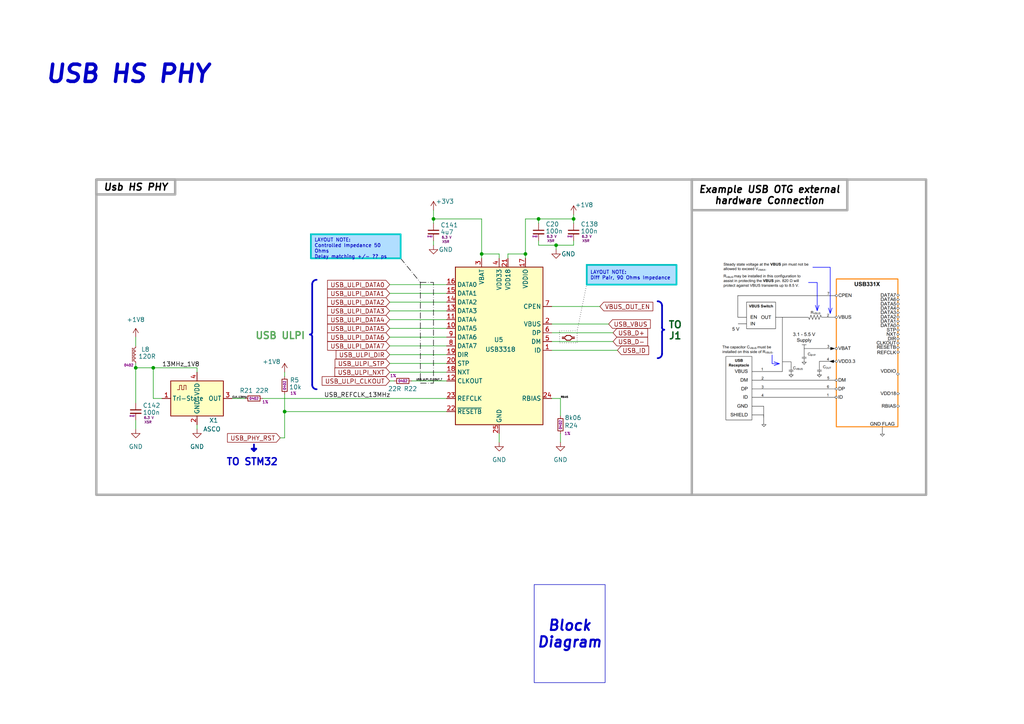
<source format=kicad_sch>
(kicad_sch (version 20250114) (generator "eeschema") (generator_version "9.0")
  (paper "A4")
  (title_block (title "USB HS PHY") (date "2024-09-22") (rev "1.0"))
  (lib_symbols
    (symbol "C_Small_1" (pin_numbers (hide yes)) (pin_names (offset 0.254) (hide yes))
      (property "Reference" "C50" (at 1.778 2.794 0))
      (property "Value" "470n" (at 1.778 0.762 0))
      (property "Rating" "6.3 V" (at 3.302 -0.762 0))
      (property "Type" "X5R" (at 3.048 -2.032 0))
      (symbol "C_Small_1_0_1"
        (polyline (pts (xy -1.524 0.508) (xy 1.524 0.508)) (stroke (width 0.3048)))
        (polyline (pts (xy -1.524 -0.508) (xy 1.524 -0.508)) (stroke (width 0.3302)))
      )
      (symbol "C_Small_1_1_1"
        (pin passive line (at 0 2.54 270) (length 2.032) (name "~") (number "1"))
        (pin passive line (at 0 -2.54 90) (length 2.032) (name "~") (number "2"))
      )
    )
    (symbol "Device:L_Ferrite_Small" (pin_numbers (hide yes)) (pin_names (offset 0.254) (hide yes))
      (property "Reference" "L" (at 1.27 1.016 0))
      (property "Value" "L_Ferrite_Small" (at 1.27 -1.27 0))
      (symbol "L_Ferrite_Small_0_1"
        (arc (start 0 2.032) (mid 0.5058 1.524) (end 0 1.016))
        (arc (start 0 1.016) (mid 0.5058 0.508) (end 0 0))
        (arc (start 0 0) (mid 0.5058 -0.508) (end 0 -1.016))
        (arc (start 0 -1.016) (mid 0.5058 -1.524) (end 0 -2.032))
        (polyline (pts (xy 0.762 1.651) (xy 0.762 1.905)))
        (polyline (pts (xy 0.762 1.143) (xy 0.762 1.397)))
        (polyline (pts (xy 0.762 0.635) (xy 0.762 0.889)))
        (polyline (pts (xy 0.762 0.127) (xy 0.762 0.381)))
        (polyline (pts (xy 0.762 -0.381) (xy 0.762 -0.127)))
        (polyline (pts (xy 0.762 -0.889) (xy 0.762 -0.635)))
        (polyline (pts (xy 0.762 -1.397) (xy 0.762 -1.143)))
        (polyline (pts (xy 0.762 -1.905) (xy 0.762 -1.651)))
        (polyline (pts (xy 1.016 1.905) (xy 1.016 1.651)))
        (polyline (pts (xy 1.016 1.397) (xy 1.016 1.143)))
        (polyline (pts (xy 1.016 0.889) (xy 1.016 0.635)))
        (polyline (pts (xy 1.016 0.381) (xy 1.016 0.127)))
        (polyline (pts (xy 1.016 -0.127) (xy 1.016 -0.381)))
        (polyline (pts (xy 1.016 -0.635) (xy 1.016 -0.889)))
        (polyline (pts (xy 1.016 -1.143) (xy 1.016 -1.397)))
        (polyline (pts (xy 1.016 -1.651) (xy 1.016 -1.905)))
      )
      (symbol "L_Ferrite_Small_1_1"
        (pin passive line (at 0 2.54 270) (length 0.508) (name "~") (number "1"))
        (pin passive line (at 0 -2.54 90) (length 0.508) (name "~") (number "2"))
      )
    )
    (symbol "Device:R_Small" (pin_numbers (hide yes)) (pin_names (offset 0.254) (hide yes))
      (property "Reference" "R" (at 0.762 0.508 0))
      (property "Value" "R_Small" (at 0.762 -1.016 0))
      (symbol "R_Small_0_1"
        (rectangle (start -0.762 1.778) (end 0.762 -1.778) (stroke (width 0.2032)))
      )
      (symbol "R_Small_1_1"
        (pin passive line (at 0 2.54 270) (length 0.762) (name "~") (number "1"))
        (pin passive line (at 0 -2.54 90) (length 0.762) (name "~") (number "2"))
      )
    )
    (symbol "MyLibrary:USB3318"
      (property "Reference" "U" (at 0 6.35 0))
      (property "Value" "USB3318" (at 0 3.81 0))
      (symbol "USB3318_0_1"
        (rectangle (start -12.7 24.13) (end 12.7 -21.59) (stroke (width 0.254)) (fill (type background)))
      )
      (symbol "USB3318_1_1"
        (pin bidirectional line (at -15.24 19.05 0) (length 2.54) (name "DATA0") (number "16"))
        (pin bidirectional line (at -15.24 16.51 0) (length 2.54) (name "DATA1") (number "15"))
        (pin bidirectional line (at -15.24 13.97 0) (length 2.54) (name "DATA2") (number "14"))
        (pin bidirectional line (at -15.24 11.43 0) (length 2.54) (name "DATA3") (number "13"))
        (pin bidirectional line (at -15.24 8.89 0) (length 2.54) (name "DATA4") (number "11"))
        (pin bidirectional line (at -15.24 6.35 0) (length 2.54) (name "DATA5") (number "10"))
        (pin bidirectional line (at -15.24 3.81 0) (length 2.54) (name "DATA6") (number "9"))
        (pin bidirectional line (at -15.24 1.27 0) (length 2.54) (name "DATA7") (number "8"))
        (pin output line (at -15.24 -1.27 0) (length 2.54) (name "DIR") (number "19"))
        (pin input line (at -15.24 -3.81 0) (length 2.54) (name "STP") (number "20"))
        (pin output line (at -15.24 -6.35 0) (length 2.54) (name "NXT") (number "18"))
        (pin output line (at -15.24 -8.89 0) (length 2.54) (name "CLKOUT") (number "12"))
        (pin input line (at -15.24 -13.97 0) (length 2.54) (name "REFCLK") (number "23"))
        (pin input line (at -15.24 -17.78 0) (length 2.54) (name "~{RESETB}") (number "22"))
        (pin power_in line (at -5.08 26.67 270) (length 2.54) (name "VBAT") (number "3"))
        (pin power_out line (at 0 26.67 270) (length 2.54) (name "VDD33") (number "4"))
        (pin power_in line (at 0 -24.13 90) (length 2.54) (name "GND") (number "25"))
        (pin power_out line (at 2.54 26.67 270) (length 2.54) (name "VDD18") (number "21"))
        (pin power_in line (at 7.62 26.67 270) (length 2.54) (name "VDDIO") (number "17"))
        (pin output line (at 15.24 12.7 180) (length 2.54) (name "CPEN") (number "7"))
        (pin input line (at 15.24 7.62 180) (length 2.54) (name "VBUS") (number "2"))
        (pin bidirectional line (at 15.24 5.08 180) (length 2.54) (name "DP") (number "6"))
        (pin bidirectional line (at 15.24 2.54 180) (length 2.54) (name "DM") (number "5"))
        (pin input line (at 15.24 0 180) (length 2.54) (name "ID") (number "1"))
        (pin passive line (at 15.24 -13.97 180) (length 2.54) (name "RBIAS") (number "24"))
      )
    )
    (symbol "Oscillator:ASCO"
      (property "Reference" "X" (at -7.62 6.35 0))
      (property "Value" "ASCO" (at 1.27 -6.35 0))
      (symbol "ASCO_0_1"
        (rectangle (start -7.62 5.08) (end 7.62 -5.08) (stroke (width 0.254)) (fill (type background)))
        (polyline (pts (xy -5.715 2.54) (xy -5.08 2.54) (xy -5.08 3.81) (xy -4.445 3.81) (xy -4.445 2.54) (xy -3.81 2.54) (xy -3.81 3.81) (xy -3.175 3.81) (xy -3.175 2.54)))
      )
      (symbol "ASCO_1_1"
        (pin input line (at -10.16 0 0) (length 2.54) (name "Tri-State") (number "1"))
        (pin power_in line (at 0 7.62 270) (length 2.54) (name "VDD") (number "4"))
        (pin power_in line (at 0 -7.62 90) (length 2.54) (name "GND") (number "2"))
        (pin output line (at 10.16 0 180) (length 2.54) (name "OUT") (number "3"))
      )
    )
    (symbol "power:+1V8" (power) (pin_names (offset 0))
      (property "Value" "+1V8" (at 0 3.556 0))
      (symbol "+1V8_0_1"
        (polyline (pts (xy -0.762 1.27) (xy 0 2.54)))
        (polyline (pts (xy 0 2.54) (xy 0.762 1.27)))
        (polyline (pts (xy 0 0) (xy 0 2.54)))
      )
      (symbol "+1V8_1_1"
        (pin power_in line (at 0 0 90) (length 0) (hide yes) (name "+1V8") (number "1"))
      )
    )
    (symbol "power:+3V3" (power) (pin_names (offset 0))
      (property "Value" "+3V3" (at 0 3.556 0))
      (symbol "+3V3_0_1"
        (polyline (pts (xy -0.762 1.27) (xy 0 2.54)))
        (polyline (pts (xy 0 2.54) (xy 0.762 1.27)))
        (polyline (pts (xy 0 0) (xy 0 2.54)))
      )
      (symbol "+3V3_1_1"
        (pin power_in line (at 0 0 90) (length 0) (hide yes) (name "+3V3") (number "1"))
      )
    )
    (symbol "power:GND" (power) (pin_names (offset 0))
      (property "Value" "GND" (at 0 -3.81 0))
      (symbol "GND_0_1"
        (polyline (pts (xy 0 0) (xy 0 -1.27) (xy 1.27 -1.27) (xy 0 -2.54) (xy -1.27 -1.27) (xy 0 -1.27)))
      )
      (symbol "GND_1_1"
        (pin power_in line (at 0 0 270) (length 0) (hide yes) (name "GND") (number "1"))
      )
    )
  )
  (arc (start 192.019 102.616) (mid 191.6506 103.5155) (end 190.754 103.886) (stroke (width 0.5)))
  (arc (start 89.921 97.023) (mid 90.3763 97.2042) (end 90.556 97.658) (stroke (width 0.5)))
  (arc (start 90.556 82.423) (mid 90.925 81.527) (end 91.821 81.153) (stroke (width 0.5)))
  (arc (start 192.654 95.636) (mid 192.2023 95.4543) (end 192.019 95.001) (stroke (width 0.5)))
  (rectangle (start 121.92 81.915) (end 125.73 111.125) (stroke (width 0.1524) (type dash_dot) (color 0 0 0 1)))
  (arc (start 190.749 87.386) (mid 191.647 87.7559) (end 192.019 88.651) (stroke (width 0.5)))
  (arc (start 90.556 96.388) (mid 90.364 96.8296) (end 89.921 97.023) (stroke (width 0.5)))
  (arc (start 192.019 96.271) (mid 192.2103 95.8259) (end 192.654 95.636) (stroke (width 0.5)))
  (rectangle (start 27.94 52.07) (end 268.605 143.51) (stroke (width 0.7) (color 168 168 168 1)))
  (rectangle (start 162.306 96.012) (end 167.386 99.441) (stroke (width 0.1524) (type dot) (color 0 0 0 1)))
  (arc (start 91.826 112.893) (mid 90.9315 112.5225) (end 90.556 111.628) (stroke (width 0.5)))
  (text "TO STM32" (at 73.152 134.112 0) (effects (font (size 2 2) (thickness 0.4) (bold yes))))
  (text "USB HS PHY" (at 37.084 21.59 0) (effects (font (size 5 5) (thickness 1) (bold yes) (italic yes))))
  (text "TO\nJ1" (at 195.834 96.012 0) (effects (font (size 2 2) (thickness 0.4) (bold yes))))
  (text "USB ULPI" (at 81.28 97.536 0) (effects (font (size 2 2) (thickness 0.4) (bold yes))))
  (text_box "Usb HS PHY" (at 27.94 52.07 0) (size 22.86 4.318) (margins 1.85 1.85 1.85 1.85) (stroke (width 0.7) (color 168 168 168 1)) (effects (font (size 2 2) (bold yes) (italic yes))))
  (text_box "LAYOUT NOTE:\nDiff Pair, 90 Ohms Impedance\n" (at 170.18 76.835 0) (size 26.035 5.715) (margins 1 1 1 1) (stroke (width 0.5) (color 0 194 194 1)) (fill (type color) (color 61 172 255 0.4)) (effects (font (size 1 1)) (justify left)))
  (text_box "Example USB OTG external \nhardware Connection" (at 200.66 52.07 0) (size 45.085 8.89) (margins 1.85 1.85 1.85 1.85) (stroke (width 0.7) (color 168 168 168 1)) (effects (font (size 2 2) (bold yes) (italic yes))))
  (text_box "LAYOUT NOTE:\nControlled Impedance 50 Ohms\nDelay matching +/- ?? ps" (at 90.17 67.945 0) (size 26.035 6.985) (margins 1 1 1 1) (stroke (width 0.5) (color 0 194 194 1)) (fill (type color) (color 61 172 255 0.4)) (effects (font (size 1 1)) (justify left top)))
  (text_box "Block\nDiagram" (at 154.94 169.545 0) (size 20.574 28.448) (margins 2.25 2.25 2.25 2.25) (effects (font (size 3 3) (thickness 0.6) (bold yes) (italic yes))))
  (junction (at 39.37 106.68))
  (junction (at 166.37 63.5))
  (junction (at 156.21 63.5))
  (junction (at 125.73 63.5))
  (junction (at 161.29 71.12))
  (junction (at 44.45 106.68))
  (junction (at 82.55 119.38))
  (junction (at 139.7 73.66))
  (junction (at 152.4 73.66))
  (wire (pts (xy 161.29 71.12) (xy 166.37 71.12)))
  (polyline (pts (xy 192.024 94.996) (xy 192.024 88.646)) (stroke (width 0.5)))
  (wire (pts (xy 39.37 106.68) (xy 39.37 116.84)))
  (polyline (pts (xy 165.862 98.171) (xy 166.624 98.171)) (stroke (width 0.25) (color 132 0 0 1)))
  (wire (pts (xy 113.03 100.33) (xy 129.54 100.33)))
  (wire (pts (xy 113.03 95.25) (xy 129.54 95.25)))
  (wire (pts (xy 82.55 119.38) (xy 82.55 127)))
  (polyline (pts (xy 165.354 98.679) (xy 165.862 98.171)) (stroke (width 0.25) (color 132 0 0 1)))
  (wire (pts (xy 39.37 105.41) (xy 39.37 106.68)))
  (wire (pts (xy 156.21 69.85) (xy 156.21 71.12)))
  (polyline (pts (xy 163.83 98.171) (xy 164.338 98.679)) (stroke (width 0.25) (color 132 0 0 1)))
  (wire (pts (xy 44.45 106.68) (xy 44.45 115.57)))
  (wire (pts (xy 44.45 115.57) (xy 46.99 115.57)))
  (wire (pts (xy 147.32 73.66) (xy 147.32 74.93)))
  (polyline (pts (xy 166.624 97.79) (xy 165.862 97.79)) (stroke (width 0.25) (color 132 0 0 1)))
  (wire (pts (xy 82.55 107.95) (xy 82.55 109.22)))
  (wire (pts (xy 125.73 63.5) (xy 125.73 64.77)))
  (polyline (pts (xy 73.66 130.175) (xy 73.66 128.905)) (stroke (width 0.5)))
  (polyline (pts (xy 200.66 52.07) (xy 200.66 143.51)) (stroke (width 0.7) (type solid) (color 168 168 168 1)))
  (wire (pts (xy 82.55 119.38) (xy 129.54 119.38)))
  (wire (pts (xy 156.21 63.5) (xy 166.37 63.5)))
  (polyline (pts (xy 116.205 74.93) (xy 121.92 81.915)) (stroke (width 0) (type dash_dot) (color 0 0 0 1)))
  (polyline (pts (xy 163.068 98.171) (xy 163.83 98.171)) (stroke (width 0.25) (color 132 0 0 1)))
  (polyline (pts (xy 164.338 98.679) (xy 165.354 98.679)) (stroke (width 0.25) (color 132 0 0 1)))
  (polyline (pts (xy 163.83 97.79) (xy 163.068 97.79)) (stroke (width 0.25) (color 132 0 0 1)))
  (polyline (pts (xy 165.354 97.282) (xy 164.338 97.282)) (stroke (width 0.25) (color 132 0 0 1)))
  (wire (pts (xy 113.03 105.41) (xy 129.54 105.41)))
  (wire (pts (xy 160.02 99.06) (xy 177.8 99.06)))
  (polyline (pts (xy 90.551 97.663) (xy 90.551 111.633)) (stroke (width 0.5)))
  (wire (pts (xy 161.29 71.12) (xy 161.29 72.39)))
  (wire (pts (xy 39.37 121.92) (xy 39.37 124.46)))
  (wire (pts (xy 156.21 71.12) (xy 161.29 71.12)))
  (polyline (pts (xy 165.862 97.79) (xy 165.354 97.282)) (stroke (width 0.25) (color 132 0 0 1)))
  (polyline (pts (xy 170.18 82.423) (xy 167.386 96.012)) (stroke (width 0.1524) (type dot) (color 0 0 0 1)))
  (wire (pts (xy 119.38 110.49) (xy 129.54 110.49)))
  (wire (pts (xy 144.78 74.93) (xy 144.78 73.66)))
  (wire (pts (xy 166.37 71.12) (xy 166.37 69.85)))
  (wire (pts (xy 162.56 120.65) (xy 162.56 115.57)))
  (wire (pts (xy 166.37 63.5) (xy 166.37 64.77)))
  (wire (pts (xy 152.4 73.66) (xy 152.4 63.5)))
  (wire (pts (xy 152.4 63.5) (xy 156.21 63.5)))
  (wire (pts (xy 67.31 115.57) (xy 71.12 115.57)))
  (wire (pts (xy 160.02 96.52) (xy 177.8 96.52)))
  (wire (pts (xy 113.03 92.71) (xy 129.54 92.71)))
  (wire (pts (xy 156.21 64.77) (xy 156.21 63.5)))
  (wire (pts (xy 125.73 69.85) (xy 125.73 71.12)))
  (wire (pts (xy 57.15 123.19) (xy 57.15 124.46)))
  (wire (pts (xy 113.03 102.87) (xy 129.54 102.87)))
  (wire (pts (xy 44.45 106.68) (xy 57.15 106.68)))
  (wire (pts (xy 139.7 73.66) (xy 139.7 74.93)))
  (wire (pts (xy 166.37 63.5) (xy 166.37 62.23)))
  (polyline (pts (xy 90.551 82.423) (xy 90.551 96.393)) (stroke (width 0.5)))
  (wire (pts (xy 160.02 115.57) (xy 162.56 115.57)))
  (wire (pts (xy 144.78 125.73) (xy 144.78 128.27)))
  (wire (pts (xy 125.73 60.96) (xy 125.73 63.5)))
  (wire (pts (xy 160.02 88.9) (xy 173.99 88.9)))
  (wire (pts (xy 160.02 93.98) (xy 176.53 93.98)))
  (polyline (pts (xy 73.66 130.81) (xy 74.295 130.175)) (stroke (width 0.55)))
  (wire (pts (xy 76.2 115.57) (xy 129.54 115.57)))
  (wire (pts (xy 162.56 128.27) (xy 162.56 125.73)))
  (polyline (pts (xy 73.025 130.175) (xy 74.295 130.175)) (stroke (width 0.55)))
  (wire (pts (xy 152.4 73.66) (xy 147.32 73.66)))
  (wire (pts (xy 139.7 63.5) (xy 139.7 73.66)))
  (wire (pts (xy 139.7 73.66) (xy 144.78 73.66)))
  (polyline (pts (xy 73.66 130.81) (xy 73.025 130.175)) (stroke (width 0.55)))
  (wire (pts (xy 125.73 63.5) (xy 139.7 63.5)))
  (wire (pts (xy 113.03 90.17) (xy 129.54 90.17)))
  (polyline (pts (xy 192.024 102.616) (xy 192.024 96.266)) (stroke (width 0.5)))
  (wire (pts (xy 39.37 97.79) (xy 39.37 100.33)))
  (wire (pts (xy 39.37 106.68) (xy 44.45 106.68)))
  (wire (pts (xy 82.55 114.3) (xy 82.55 119.38)))
  (wire (pts (xy 160.02 101.6) (xy 179.07 101.6)))
  (wire (pts (xy 114.3 110.49) (xy 113.03 110.49)))
  (wire (pts (xy 152.4 73.66) (xy 152.4 74.93)))
  (wire (pts (xy 113.03 107.95) (xy 129.54 107.95)))
  (wire (pts (xy 113.03 85.09) (xy 129.54 85.09)))
  (polyline (pts (xy 164.338 97.282) (xy 163.83 97.79)) (stroke (width 0.25) (color 132 0 0 1)))
  (wire (pts (xy 113.03 87.63) (xy 129.54 87.63)))
  (wire (pts (xy 81.28 127) (xy 82.55 127)))
  (wire (pts (xy 113.03 82.55) (xy 129.54 82.55)))
  (wire (pts (xy 113.03 97.79) (xy 129.54 97.79)))
  (wire (pts (xy 57.15 107.95) (xy 57.15 106.68)))
  (image (at 234.95 100.33) (scale 0.730546))
  (label "RBIAS" (at 162.56 115.57 0) (effects (font (size 0.5 0.5))))
  (label "USB_ULPI_CLKOUT_T" (at 120.65 110.49 0) (effects (font (size 0.5 0.5))))
  (label "CLK_13MHz" (at 67.31 115.57 0) (effects (font (size 0.5 0.5))))
  (label "13MHz_1V8" (at 46.99 106.68 0))
  (label "USB_REFCLK_13MHz" (at 93.98 115.57 0))
  (global_label "USB_ULPI_NXT" (shape input) (at 113.03 107.95 180) (property "Intersheetrefs" "${INTERSHEET_REFS}" (effects (hide yes))))
  (global_label "USB_ULPI_DATA6" (shape input) (at 113.03 97.79 180) (property "Intersheetrefs" "${INTERSHEET_REFS}" (effects (hide yes))))
  (global_label "USB_ULPI_DATA0" (shape input) (at 113.03 82.55 180) (property "Intersheetrefs" "${INTERSHEET_REFS}" (effects (hide yes))))
  (global_label "USB_ULPI_CLKOUT" (shape input) (at 113.03 110.49 180) (property "Intersheetrefs" "${INTERSHEET_REFS}" (effects (hide yes))))
  (global_label "USB_D-" (shape input) (at 177.8 99.06 0) (property "Intersheetrefs" "${INTERSHEET_REFS}" (effects (hide yes))))
  (global_label "USB_ULPI_DATA7" (shape input) (at 113.03 100.33 180) (property "Intersheetrefs" "${INTERSHEET_REFS}" (effects (hide yes))))
  (global_label "USB_ULPI_DATA1" (shape input) (at 113.03 85.09 180) (property "Intersheetrefs" "${INTERSHEET_REFS}" (effects (hide yes))))
  (global_label "USB_ULPI_STP" (shape input) (at 113.03 105.41 180) (property "Intersheetrefs" "${INTERSHEET_REFS}" (effects (hide yes))))
  (global_label "USB_ULPI_DIR" (shape input) (at 113.03 102.87 180) (property "Intersheetrefs" "${INTERSHEET_REFS}" (effects (hide yes))))
  (global_label "VBUS_OUT_EN" (shape input) (at 173.99 88.9 0) (property "Intersheetrefs" "${INTERSHEET_REFS}" (effects (hide yes))))
  (global_label "USB_ID" (shape input) (at 179.07 101.6 0) (property "Intersheetrefs" "${INTERSHEET_REFS}" (effects (hide yes))))
  (global_label "USB_D+" (shape input) (at 177.8 96.52 0) (property "Intersheetrefs" "${INTERSHEET_REFS}" (effects (hide yes))))
  (global_label "USB_ULPI_DATA3" (shape input) (at 113.03 90.17 180) (property "Intersheetrefs" "${INTERSHEET_REFS}" (effects (hide yes))))
  (global_label "USB_PHY_RST" (shape input) (at 81.28 127 180) (property "Intersheetrefs" "${INTERSHEET_REFS}" (effects (hide yes))))
  (global_label "USB_VBUS" (shape input) (at 176.53 93.98 0) (property "Intersheetrefs" "${INTERSHEET_REFS}" (effects (hide yes))))
  (global_label "USB_ULPI_DATA2" (shape input) (at 113.03 87.63 180) (property "Intersheetrefs" "${INTERSHEET_REFS}" (effects (hide yes))))
  (global_label "USB_ULPI_DATA5" (shape input) (at 113.03 95.25 180) (property "Intersheetrefs" "${INTERSHEET_REFS}" (effects (hide yes))))
  (global_label "USB_ULPI_DATA4" (shape input) (at 113.03 92.71 180) (property "Intersheetrefs" "${INTERSHEET_REFS}" (effects (hide yes))))
  (symbol (lib_id "power:GND") (at 144.78 128.27 0) (unit 1)
    (property "Reference" "#PWR026" (effects (hide yes)))
    (property "Value" "GND" (at 144.78 133.35 0))
    (property "Description" "Power symbol creates a global label with name \"GND\" , ground" (effects (hide yes)))
  )
  (symbol (lib_id "MyLibrary:USB3318") (at 144.78 101.6 0) (unit 1)
    (property "Reference" "U5" (at 143.256 98.552 0) (effects (justify left)))
    (property "Value" "USB3318" (at 140.716 101.346 0) (effects (justify left)))
    (property "Footprint" "Package_DFN_QFN:QFN-24-1EP_4x4mm_P0.5mm_EP2.6x2.6mm" (effects (hide yes)))
    (property "Datasheet" "https://ww1.microchip.com/downloads/aemDocuments/documents/OTH/ProductDocuments/DataSheets/00002367A.pdf" (effects (hide yes)))
    (property "Description" "Hi-Speed USB ULPI Transceiver, QFN-24" (effects (hide yes)))
    (property "Digikey" "USB3318C-CP-TR" (effects (hide yes)))
  )
  (symbol (lib_id "Device:R_Small") (at 73.66 115.57 90) (unit 1)
    (property "Reference" "R21" (at 73.406 113.284 90) (effects (justify left)))
    (property "Value" "22R" (at 77.978 113.284 90) (effects (justify left)))
    (property "Footprint" "Resistor_SMD:R_0402_1005Metric" (effects (hide yes)))
    (property "Description" "Resistor, small symbol" (effects (hide yes)))
    (property "Tolerance" "1%" (at 76.962 116.586 90) (effects (font (size 0.8 0.8))))
    (property "Package" "0402" (at 73.66 115.57 90) (effects (font (size 0.7 0.7))))
    (property "LCSC Part" "C114765/C25105" (effects (hide yes)))
  )
  (symbol (lib_id "Device:R_Small") (at 162.56 123.19 180) (unit 1)
    (property "Reference" "R24" (at 167.64 123.444 0) (effects (justify left)))
    (property "Value" "8k06" (at 168.656 121.158 0) (effects (justify left)))
    (property "Footprint" "Resistor_SMD:R_0402_1005Metric" (effects (hide yes)))
    (property "Description" "Resistor, small symbol" (effects (hide yes)))
    (property "Tolerance" "1%" (at 164.592 125.73 0) (effects (font (size 0.8 0.8))))
    (property "Package" "0402" (at 162.56 123.19 90) (effects (font (size 0.7 0.7))))
    (property "LCSC Part" "C25923" (effects (hide yes)))
  )
  (symbol (lib_id "power:GND") (at 39.37 124.46 0) (unit 1)
    (property "Reference" "#PWR035" (effects (hide yes)))
    (property "Value" "GND" (at 39.37 129.54 0))
    (property "Description" "Power symbol creates a global label with name \"GND\" , ground" (effects (hide yes)))
  )
  (symbol (lib_name "C_Small_1") (lib_id "Device:C_Small") (at 125.73 67.31 0) (unit 1)
    (property "Reference" "C141" (at 127.762 65.278 0) (effects (justify left)))
    (property "Value" "4u7" (at 127.762 67.31 0) (effects (justify left)))
    (property "Footprint" "Capacitor_SMD:C_0402_1005Metric" (effects (hide yes)))
    (property "Description" "Unpolarized capacitor, small symbol" (effects (hide yes)))
    (property "Rating" "6.3 V" (at 129.54 68.834 0) (effects (font (size 0.7 0.7))))
    (property "Type" "X5R" (at 129.286 70.104 0) (effects (font (size 0.7 0.7))))
    (property "Package" "0402" (at 124.714 68.58 0) (effects (font (size 0.4 0.4))))
    (property "LCSC Part" " C368809" (effects (hide yes)))
  )
  (symbol (lib_id "power:+1V8") (at 125.73 60.96 0) (unit 1) (on_board no)
    (property "Reference" "#PWR030" (effects (hide yes)))
    (property "Value" "+3V3" (at 129.032 58.42 0))
    (property "Description" "Power symbol creates a global label with name \"+1V8\"" (effects (hide yes)))
  )
  (symbol (lib_id "Oscillator:ASCO") (at 57.15 115.57 0) (unit 1)
    (property "Reference" "X1" (at 61.976 121.92 0))
    (property "Value" "ASCO" (at 61.468 124.46 0))
    (property "Footprint" "Mylibrary:Oscillator_SMD_Kyocera_4PIN_2.0x1.6mm" (effects (hide yes)))
    (property "Datasheet" "https://abracon.com/Oscillators/ASCO.pdf" (effects (hide yes)))
    (property "Description" "Crystal Clock Oscillator, Abracon ASCO" (effects (hide yes)))
    (property "Digikey" "KC2016Z13.0000C1KX00" (effects (hide yes)))
  )
  (symbol (lib_id "power:GND") (at 161.29 72.39 0) (unit 1) (on_board no)
    (property "Reference" "#PWR029" (effects (hide yes)))
    (property "Value" "GND" (at 164.846 73.66 0))
    (property "Description" "Power symbol creates a global label with name \"GND\" , ground" (effects (hide yes)))
  )
  (symbol (lib_name "C_Small_1") (lib_id "Device:C_Small") (at 156.21 67.31 0) (unit 1)
    (property "Reference" "C20" (at 158.242 65.024 0) (effects (justify left)))
    (property "Value" "100n" (at 158.242 67.056 0) (effects (justify left)))
    (property "Footprint" "Capacitor_SMD:C_0402_1005Metric" (effects (hide yes)))
    (property "Description" "Unpolarized capacitor, small symbol" (effects (hide yes)))
    (property "Rating" "6.3 V" (at 160.02 68.58 0) (effects (font (size 0.7 0.7))))
    (property "Type" "X5R" (at 159.766 69.85 0) (effects (font (size 0.7 0.7))))
    (property "Package" "0402" (at 155.194 68.58 0) (effects (font (size 0.4 0.4))))
    (property "LCSC Part" "gia" (effects (hide yes)))
  )
  (symbol (lib_id "power:GND") (at 125.73 71.12 0) (unit 1) (on_board no)
    (property "Reference" "#PWR031" (effects (hide yes)))
    (property "Value" "GND" (at 129.286 72.39 0))
    (property "Description" "Power symbol creates a global label with name \"GND\" , ground" (effects (hide yes)))
  )
  (symbol (lib_id "Device:R_Small") (at 116.84 110.49 270) (unit 1)
    (property "Reference" "R22" (at 117.094 112.776 90) (effects (justify left)))
    (property "Value" "22R" (at 112.522 112.776 90) (effects (justify left)))
    (property "Footprint" "Resistor_SMD:R_0402_1005Metric" (effects (hide yes)))
    (property "Description" "Resistor, small symbol" (effects (hide yes)))
    (property "Tolerance" "1%" (at 114.046 108.966 90) (effects (font (size 0.8 0.8))))
    (property "Package" "0402" (at 116.84 110.49 90) (effects (font (size 0.7 0.7))))
    (property "LCSC Part" "C114765/C25105" (effects (hide yes)))
  )
  (symbol (lib_id "power:GND") (at 57.15 124.46 0) (unit 1)
    (property "Reference" "#PWR027" (effects (hide yes)))
    (property "Value" "GND" (at 57.15 129.54 0))
    (property "Description" "Power symbol creates a global label with name \"GND\" , ground" (effects (hide yes)))
  )
  (symbol (lib_name "C_Small_1") (lib_id "Device:C_Small") (at 166.37 67.31 0) (unit 1)
    (property "Reference" "C138" (at 168.402 65.024 0) (effects (justify left)))
    (property "Value" "100n" (at 168.402 67.056 0) (effects (justify left)))
    (property "Footprint" "Capacitor_SMD:C_0402_1005Metric" (effects (hide yes)))
    (property "Description" "Unpolarized capacitor, small symbol" (effects (hide yes)))
    (property "Rating" "6.3 V" (at 170.18 68.58 0) (effects (font (size 0.7 0.7))))
    (property "Type" "X5R" (at 169.926 69.85 0) (effects (font (size 0.7 0.7))))
    (property "Package" "0402" (at 165.354 68.58 0) (effects (font (size 0.4 0.4))))
    (property "LCSC Part" "gia" (effects (hide yes)))
  )
  (symbol (lib_id "power:+3V3") (at 39.37 97.79 0) (unit 1)
    (property "Reference" "#PWR032" (effects (hide yes)))
    (property "Value" "+1V8" (at 39.37 92.71 0))
    (property "Description" "Power symbol creates a global label with name \"+3V3\"" (effects (hide yes)))
  )
  (symbol (lib_id "Device:R_Small") (at 82.55 111.76 0) (unit 1)
    (property "Reference" "R5" (at 84.074 110.236 0) (effects (justify left)))
    (property "Value" "10k" (at 83.82 112.268 0) (effects (justify left)))
    (property "Footprint" "Resistor_SMD:R_0402_1005Metric" (effects (hide yes)))
    (property "Description" "Resistor, small symbol" (effects (hide yes)))
    (property "Tolerance" "1%" (at 85.09 114.046 0) (effects (font (size 0.8 0.8))))
    (property "Package" "0402" (at 82.55 111.76 90) (effects (font (size 0.7 0.7))))
    (property "LCSC Part" "C25744/gia" (effects (hide yes)))
  )
  (symbol (lib_name "C_Small_1") (lib_id "Device:C_Small") (at 39.37 119.38 0) (unit 1)
    (property "Reference" "C142" (at 41.402 117.602 0) (effects (justify left)))
    (property "Value" "100n" (at 41.402 119.634 0) (effects (justify left)))
    (property "Footprint" "Capacitor_SMD:C_0402_1005Metric" (effects (hide yes)))
    (property "Description" "Unpolarized capacitor, small symbol" (effects (hide yes)))
    (property "Rating" "6.3 V" (at 43.18 121.158 0) (effects (font (size 0.7 0.7))))
    (property "Type" "X5R" (at 42.926 122.428 0) (effects (font (size 0.7 0.7))))
    (property "Package" "0402" (at 38.354 120.65 0) (effects (font (size 0.4 0.4))))
    (property "LCSC Part" "gia" (effects (hide yes)))
  )
  (symbol (lib_id "Device:L_Ferrite_Small") (at 39.37 102.87 180) (unit 1)
    (property "Reference" "L8" (at 42.164 101.346 0))
    (property "Value" "120R" (at 42.672 103.378 0))
    (property "Footprint" "Inductor_SMD:L_0402_1005Metric" (effects (hide yes)))
    (property "Description" "Inductor with ferrite core, small symbol" (effects (hide yes)))
    (property "Package" "0402" (at 37.338 105.918 0) (effects (font (size 0.7 0.7))))
    (property "LCSC Part" "C275478" (effects (hide yes)))
  )
  (symbol (lib_id "power:+3V3") (at 82.55 107.95 0) (unit 1)
    (property "Reference" "#PWR0192" (effects (hide yes)))
    (property "Value" "+1V8" (at 78.74 104.902 0))
    (property "Description" "Power symbol creates a global label with name \"+3V3\"" (effects (hide yes)))
  )
  (symbol (lib_id "power:+1V8") (at 166.37 62.23 0) (unit 1) (on_board no)
    (property "Reference" "#PWR028" (effects (hide yes)))
    (property "Value" "+1V8" (at 169.418 59.436 0))
    (property "Description" "Power symbol creates a global label with name \"+1V8\"" (effects (hide yes)))
  )
  (symbol (lib_id "power:GND") (at 162.56 128.27 0) (unit 1)
    (property "Reference" "#PWR036" (effects (hide yes)))
    (property "Value" "GND" (at 162.56 133.35 0))
    (property "Description" "Power symbol creates a global label with name \"GND\" , ground" (effects (hide yes)))
  )
)
</source>
